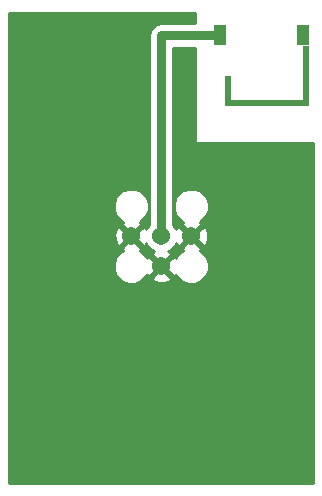
<source format=gbr>
*
%LPD*%
%LN915 Chip Antenna-F.Cu*%
%FSLAX25Y25*%
%MOIN*%
%AD*%
%AD*%
%ADD11C,0.060629921*%
%ADD12C,0.01*%
%ADD18R,0.039370079X0.070866142*%
%ADD19R,0.019685039X0.200787402*%
%ADD20R,0.279527559X0.019685039*%
%ADD21R,0.019685039X0.098425197*%
%ADD22C,0.031*%
G54D11*
%SRX1Y1I0.0J0.0*%
G1X556929Y-374016D3*
G1X566929Y-384016D3*
G1X576929Y-374016D3*
G1X566929Y-374016D3*
G54D18*
G1X586642Y-307130D3*
G1X614142Y-307130D3*
G54D19*
G1X615142Y-320630D3*
G54D20*
G1X602142Y-329680D3*
G54D21*
G1X589142Y-325730D3*
G1X584646Y-307087D2*
G54D22*
G1X580709Y-307087D1*
G1X566929Y-307087D2*
G1X566929Y-374016D1*
G1X580709Y-307087D2*
G1X566929Y-307087D1*
G54D12*
G36*
G1X516248Y-387159D2*
G1X516248Y-456193D1*
G1X617610Y-456193D1*
G1X617610Y-387159D1*
G1X581955Y-387159D1*
G1X581883Y-387332D1*
G1X580237Y-388975D1*
G1X578087Y-389863D1*
G1X575761Y-389861D1*
G1X573613Y-388969D1*
G1X571970Y-387323D1*
G1X571902Y-387159D1*
G1X570921Y-387159D1*
G1X570811Y-387191D1*
G1X570779Y-387159D1*
G1X569365Y-387159D1*
G1X570104Y-387898D1*
G1X569827Y-388854D1*
G1X568302Y-389486D1*
G1X566104Y-389595D1*
G1X564032Y-388854D1*
G1X563754Y-387898D1*
G1X564493Y-387159D1*
G1X563079Y-387159D1*
G1X563047Y-387191D1*
G1X562937Y-387159D1*
G1X561954Y-387159D1*
G1X561883Y-387332D1*
G1X560237Y-388975D1*
G1X558087Y-389863D1*
G1X555761Y-389861D1*
G1X553613Y-388969D1*
G1X551970Y-387323D1*
G1X551902Y-387159D1*
G1X516248Y-387159D1*
G37*
G36*
G1X516248Y-382293D2*
G1X516248Y-387159D1*
G1X551902Y-387159D1*
G1X551082Y-385174D1*
G1X551084Y-382848D1*
G1X551314Y-382293D1*
G1X516248Y-382293D1*
G37*
G36*
G1X561954Y-387159D2*
G1X562937Y-387159D1*
G1X562090Y-386913D1*
G1X562073Y-386872D1*
G1X561954Y-387159D1*
G37*
G36*
G1X563079Y-387159D2*
G1X564493Y-387159D1*
G1X566929Y-384723D1*
G1X569365Y-387159D1*
G1X570779Y-387159D1*
G1X567636Y-384016D1*
G1X569359Y-382293D1*
G1X567945Y-382293D1*
G1X566929Y-383309D1*
G1X565913Y-382293D1*
G1X564499Y-382293D1*
G1X566222Y-384016D1*
G1X563079Y-387159D1*
G37*
G36*
G1X571768Y-386913D2*
G1X570921Y-387159D1*
G1X571902Y-387159D1*
G1X571783Y-386871D1*
G1X571768Y-386913D1*
G37*
G36*
G1X582775Y-385184D2*
G1X581955Y-387159D1*
G1X617610Y-387159D1*
G1X617610Y-382293D1*
G1X582543Y-382293D1*
G1X582777Y-382858D1*
G1X582775Y-385184D1*
G37*
G36*
G1X516248Y-365739D2*
G1X551315Y-365739D1*
G1X551082Y-365174D1*
G1X551084Y-362848D1*
G1X551976Y-360700D1*
G1X553622Y-359056D1*
G1X555771Y-358168D1*
G1X558097Y-358170D1*
G1X560245Y-359062D1*
G1X561888Y-360708D1*
G1X562777Y-362858D1*
G1X562775Y-365184D1*
G1X562545Y-365739D1*
G1X562879Y-365739D1*
G1X562879Y-307087D1*
G1X563187Y-305537D1*
G1X564065Y-304223D1*
G1X565379Y-303345D1*
G1X566929Y-303037D1*
G1X578240Y-303037D1*
G1X578240Y-299713D1*
G1X516248Y-299713D1*
G1X516248Y-365739D1*
G37*
G36*
G1X570979Y-365739D2*
G1X571315Y-365739D1*
G1X571082Y-365174D1*
G1X571084Y-362848D1*
G1X571976Y-360700D1*
G1X573622Y-359056D1*
G1X575771Y-358168D1*
G1X578097Y-358170D1*
G1X580245Y-359062D1*
G1X581888Y-360708D1*
G1X582777Y-362858D1*
G1X582775Y-365184D1*
G1X582545Y-365739D1*
G1X617610Y-365739D1*
G1X617610Y-343020D1*
G1X578740Y-343020D1*
G1X578558Y-342986D1*
G1X578392Y-342878D1*
G1X578280Y-342714D1*
G1X578240Y-342520D1*
G1X578240Y-311137D1*
G1X570979Y-311137D1*
G1X570979Y-365739D1*
G37*
G36*
G1X516248Y-374016D2*
G1X516248Y-382293D1*
G1X551314Y-382293D1*
G1X551976Y-380700D1*
G1X553622Y-379056D1*
G1X554074Y-378870D1*
G1X554032Y-378854D1*
G1X553754Y-377898D1*
G1X556929Y-374723D1*
G1X560104Y-377898D1*
G1X559827Y-378854D1*
G1X559786Y-378871D1*
G1X560245Y-379062D1*
G1X561888Y-380708D1*
G1X562075Y-381161D1*
G1X562090Y-381118D1*
G1X563047Y-380841D1*
G1X564499Y-382293D1*
G1X565913Y-382293D1*
G1X563754Y-380134D1*
G1X564032Y-379177D1*
G1X564484Y-378990D1*
G1X563792Y-378702D1*
G1X562237Y-377145D1*
G1X561941Y-376429D1*
G1X561768Y-376913D1*
G1X560811Y-377191D1*
G1X557636Y-374016D1*
G1X556222Y-374016D1*
G1X553047Y-377191D1*
G1X552090Y-376913D1*
G1X551459Y-375388D1*
G1X551391Y-374016D1*
G1X516248Y-374016D1*
G37*
G36*
G1X516248Y-374016D2*
G1X551391Y-374016D1*
G1X551350Y-373191D1*
G1X552090Y-371118D1*
G1X553047Y-370841D1*
G1X556222Y-374016D1*
G1X557636Y-374016D1*
G1X560811Y-370841D1*
G1X561768Y-371118D1*
G1X561955Y-371570D1*
G1X562242Y-370878D1*
G1X562879Y-370243D1*
G1X562879Y-365739D1*
G1X562545Y-365739D1*
G1X561883Y-367332D1*
G1X560237Y-368975D1*
G1X559784Y-369162D1*
G1X559827Y-369177D1*
G1X560104Y-370134D1*
G1X556929Y-373309D1*
G1X553754Y-370134D1*
G1X554032Y-369177D1*
G1X554073Y-369160D1*
G1X553613Y-368969D1*
G1X551970Y-367323D1*
G1X551315Y-365739D1*
G1X516248Y-365739D1*
G1X516248Y-374016D1*
G37*
G36*
G1X567945Y-382293D2*
G1X569359Y-382293D1*
G1X570811Y-380841D1*
G1X571768Y-381118D1*
G1X571785Y-381159D1*
G1X571976Y-380700D1*
G1X573622Y-379056D1*
G1X574074Y-378870D1*
G1X574032Y-378854D1*
G1X573754Y-377898D1*
G1X576929Y-374723D1*
G1X580104Y-377898D1*
G1X579827Y-378854D1*
G1X579786Y-378871D1*
G1X580245Y-379062D1*
G1X581888Y-380708D1*
G1X582543Y-382293D1*
G1X617610Y-382293D1*
G1X617610Y-374016D1*
G1X582467Y-374016D1*
G1X582508Y-374841D1*
G1X581768Y-376913D1*
G1X580811Y-377191D1*
G1X577636Y-374016D1*
G1X576222Y-374016D1*
G1X573047Y-377191D1*
G1X572090Y-376913D1*
G1X571903Y-376461D1*
G1X571616Y-377153D1*
G1X570058Y-378708D1*
G1X569342Y-379004D1*
G1X569827Y-379177D1*
G1X570104Y-380134D1*
G1X567945Y-382293D1*
G37*
G36*
G1X570979Y-370243D2*
G1X571621Y-370886D1*
G1X571917Y-371603D1*
G1X572090Y-371118D1*
G1X573047Y-370841D1*
G1X576222Y-374016D1*
G1X577636Y-374016D1*
G1X580811Y-370841D1*
G1X581768Y-371118D1*
G1X582399Y-372643D1*
G1X582467Y-374016D1*
G1X617610Y-374016D1*
G1X617610Y-365739D1*
G1X582545Y-365739D1*
G1X581883Y-367332D1*
G1X580237Y-368975D1*
G1X579784Y-369162D1*
G1X579827Y-369177D1*
G1X580104Y-370134D1*
G1X576929Y-373309D1*
G1X573754Y-370134D1*
G1X574032Y-369177D1*
G1X574073Y-369160D1*
G1X573613Y-368969D1*
G1X571970Y-367323D1*
G1X571315Y-365739D1*
G1X570979Y-365739D1*
G1X570979Y-370243D1*
G37*
G1X578240Y-303037D2*
G1X566929Y-303037D1*
G1X565379Y-303345D1*
G1X564065Y-304223D1*
G1X563187Y-305537D1*
G1X562879Y-307087D1*
G1X562879Y-370243D1*
G1X562242Y-370878D1*
G1X561955Y-371570D1*
G1X561768Y-371118D1*
G1X560811Y-370841D1*
G1X557636Y-374016D1*
G1X560811Y-377191D1*
G1X561768Y-376913D1*
G1X561941Y-376429D1*
G1X562237Y-377145D1*
G1X563792Y-378702D1*
G1X564484Y-378990D1*
G1X564032Y-379177D1*
G1X563754Y-380134D1*
G1X566929Y-383309D1*
G1X570104Y-380134D1*
G1X569827Y-379177D1*
G1X569342Y-379004D1*
G1X570058Y-378708D1*
G1X571616Y-377153D1*
G1X571903Y-376461D1*
G1X572090Y-376913D1*
G1X573047Y-377191D1*
G1X576222Y-374016D1*
G1X577636Y-374016D1*
G1X580811Y-377191D1*
G1X581768Y-376913D1*
G1X582508Y-374841D1*
G1X582399Y-372643D1*
G1X581768Y-371118D1*
G1X580811Y-370841D1*
G1X577636Y-374016D1*
G1X576222Y-374016D1*
G1X573047Y-370841D1*
G1X572090Y-371118D1*
G1X571917Y-371603D1*
G1X571621Y-370886D1*
G1X570979Y-370243D1*
G1X570979Y-365174D1*
G1X571082Y-365174D1*
G1X571970Y-367323D1*
G1X573613Y-368969D1*
G1X574073Y-369160D1*
G1X574032Y-369177D1*
G1X573754Y-370134D1*
G1X576929Y-373309D1*
G1X580104Y-370134D1*
G1X579827Y-369177D1*
G1X579784Y-369162D1*
G1X580237Y-368975D1*
G1X581883Y-367332D1*
G1X582775Y-365184D1*
G1X582777Y-362858D1*
G1X581888Y-360708D1*
G1X580245Y-359062D1*
G1X578097Y-358170D1*
G1X575771Y-358168D1*
G1X573622Y-359056D1*
G1X571976Y-360700D1*
G1X571084Y-362848D1*
G1X571082Y-365174D1*
G1X570979Y-365174D1*
G1X570979Y-311137D1*
G1X578240Y-311137D1*
G1X578240Y-342520D1*
G1X578280Y-342714D1*
G1X578392Y-342878D1*
G1X578558Y-342986D1*
G1X578740Y-343020D1*
G1X617610Y-343020D1*
G1X617610Y-456193D1*
G1X516248Y-456193D1*
G1X516248Y-385174D1*
G1X551082Y-385174D1*
G1X551970Y-387323D1*
G1X553613Y-388969D1*
G1X555761Y-389861D1*
G1X558087Y-389863D1*
G1X560237Y-388975D1*
G1X561316Y-387898D1*
G1X563754Y-387898D1*
G1X564032Y-388854D1*
G1X566104Y-389595D1*
G1X568302Y-389486D1*
G1X569827Y-388854D1*
G1X570104Y-387898D1*
G1X566929Y-384723D1*
G1X563754Y-387898D1*
G1X561316Y-387898D1*
G1X561883Y-387332D1*
G1X562073Y-386872D1*
G1X562090Y-386913D1*
G1X563047Y-387191D1*
G1X566222Y-384016D1*
G1X567636Y-384016D1*
G1X570811Y-387191D1*
G1X571768Y-386913D1*
G1X571783Y-386871D1*
G1X571970Y-387323D1*
G1X573613Y-388969D1*
G1X575761Y-389861D1*
G1X578087Y-389863D1*
G1X580237Y-388975D1*
G1X581883Y-387332D1*
G1X582775Y-385184D1*
G1X582777Y-382858D1*
G1X581888Y-380708D1*
G1X580245Y-379062D1*
G1X579786Y-378871D1*
G1X579827Y-378854D1*
G1X580104Y-377898D1*
G1X576929Y-374723D1*
G1X573754Y-377898D1*
G1X574032Y-378854D1*
G1X574074Y-378870D1*
G1X573622Y-379056D1*
G1X571976Y-380700D1*
G1X571785Y-381159D1*
G1X571768Y-381118D1*
G1X570811Y-380841D1*
G1X567636Y-384016D1*
G1X566222Y-384016D1*
G1X563047Y-380841D1*
G1X562090Y-381118D1*
G1X562075Y-381161D1*
G1X561888Y-380708D1*
G1X560245Y-379062D1*
G1X559786Y-378871D1*
G1X559827Y-378854D1*
G1X560104Y-377898D1*
G1X556929Y-374723D1*
G1X553754Y-377898D1*
G1X554032Y-378854D1*
G1X554074Y-378870D1*
G1X553622Y-379056D1*
G1X551976Y-380700D1*
G1X551084Y-382848D1*
G1X551082Y-385174D1*
G1X516248Y-385174D1*
G1X516248Y-373191D1*
G1X551350Y-373191D1*
G1X551459Y-375388D1*
G1X552090Y-376913D1*
G1X553047Y-377191D1*
G1X556222Y-374016D1*
G1X553047Y-370841D1*
G1X552090Y-371118D1*
G1X551350Y-373191D1*
G1X516248Y-373191D1*
G1X516248Y-365174D1*
G1X551082Y-365174D1*
G1X551970Y-367323D1*
G1X553613Y-368969D1*
G1X554073Y-369160D1*
G1X554032Y-369177D1*
G1X553754Y-370134D1*
G1X556929Y-373309D1*
G1X560104Y-370134D1*
G1X559827Y-369177D1*
G1X559784Y-369162D1*
G1X560237Y-368975D1*
G1X561883Y-367332D1*
G1X562775Y-365184D1*
G1X562777Y-362858D1*
G1X561888Y-360708D1*
G1X560245Y-359062D1*
G1X558097Y-358170D1*
G1X555771Y-358168D1*
G1X553622Y-359056D1*
G1X551976Y-360700D1*
G1X551084Y-362848D1*
G1X551082Y-365174D1*
G1X516248Y-365174D1*
G1X516248Y-299713D1*
G1X578240Y-299713D1*
G1X578240Y-303037D1*
M2*

</source>
